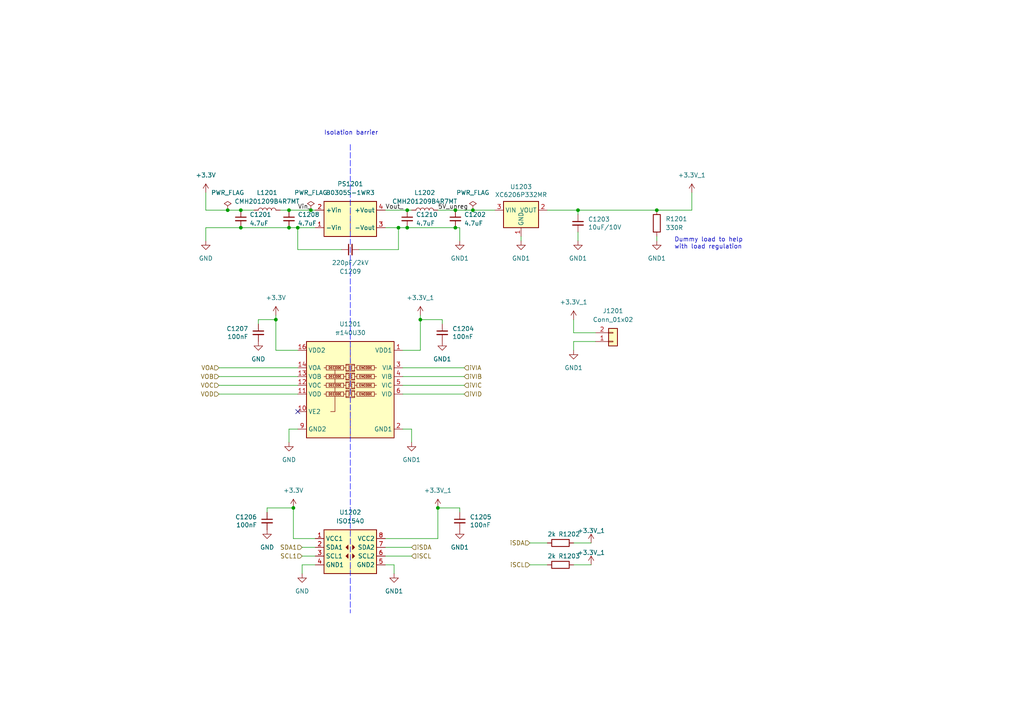
<source format=kicad_sch>
(kicad_sch (version 20250114) (generator "eeschema") (generator_version "9.0")
  (paper "A4")
  (title_block (title "Hat Labs Marine Engine & Tank interface (HALMET)") (date "2024-01-18") (rev "1.0.1") (company "Hat Labs Ltd") (comment 1 "https://creativecommons.org/licenses/by-sa/4.0") (comment 2 "To view a copy of this license, visit ") (comment 3 "HALMET is licensed under CC BY-SA 4.0."))
  (lib_symbols
    (symbol "Connector_Generic:Conn_01x02" (pin_names (offset 1.016) (hide yes))
      (property "Reference" "J" (at 0 2.54 0))
      (property "Value" "Conn_01x02" (at 0 -5.08 0))
      (symbol "Conn_01x02_1_1"
        (rectangle (start -1.27 1.27) (end 1.27 -3.81) (stroke (width 0.254)) (fill (type background)))
        (rectangle (start -1.27 0.127) (end 0 -0.127) (stroke (width 0.1524)))
        (rectangle (start -1.27 -2.413) (end 0 -2.667) (stroke (width 0.1524)))
        (pin passive line (at -5.08 0 0) (length 3.81) (name "Pin_1") (number "1"))
        (pin passive line (at -5.08 -2.54 0) (length 3.81) (name "Pin_2") (number "2"))
      )
    )
    (symbol "Device:C_Small" (pin_numbers (hide yes)) (pin_names (offset 0.254) (hide yes))
      (property "Reference" "C" (at 0.254 1.778 0))
      (property "Value" "C_Small" (at 0.254 -2.032 0))
      (symbol "C_Small_0_1"
        (polyline (pts (xy -1.524 0.508) (xy 1.524 0.508)) (stroke (width 0.3048)))
        (polyline (pts (xy -1.524 -0.508) (xy 1.524 -0.508)) (stroke (width 0.3302)))
      )
      (symbol "C_Small_1_1"
        (pin passive line (at 0 2.54 270) (length 2.032) (name "~") (number "1"))
        (pin passive line (at 0 -2.54 90) (length 2.032) (name "~") (number "2"))
      )
    )
    (symbol "Device:L" (pin_numbers (hide yes)) (pin_names (offset 1.016) (hide yes))
      (property "Reference" "L" (at -1.27 0 90))
      (property "Value" "L" (at 1.905 0 90))
      (symbol "L_0_1"
        (arc (start 0 2.54) (mid 0.6323 1.905) (end 0 1.27))
        (arc (start 0 1.27) (mid 0.6323 0.635) (end 0 0))
        (arc (start 0 0) (mid 0.6323 -0.635) (end 0 -1.27))
        (arc (start 0 -1.27) (mid 0.6323 -1.905) (end 0 -2.54))
      )
      (symbol "L_1_1"
        (pin passive line (at 0 3.81 270) (length 1.27) (name "1") (number "1"))
        (pin passive line (at 0 -3.81 90) (length 1.27) (name "2") (number "2"))
      )
    )
    (symbol "Device:R" (pin_numbers (hide yes)) (pin_names (offset 0))
      (property "Reference" "R" (at 2.032 0 90))
      (property "Value" "R" (at 0 0 90))
      (symbol "R_0_1"
        (rectangle (start -1.016 -2.54) (end 1.016 2.54) (stroke (width 0.254)))
      )
      (symbol "R_1_1"
        (pin passive line (at 0 3.81 270) (length 1.27) (name "~") (number "1"))
        (pin passive line (at 0 -3.81 90) (length 1.27) (name "~") (number "2"))
      )
    )
    (symbol "HALMET:+3.3V_1" (power) (pin_names (offset 0))
      (property "Value" "+3.3V_1" (at 0 3.556 0))
      (symbol "+3.3V_1_0_1"
        (polyline (pts (xy -0.762 1.27) (xy 0 2.54)))
        (polyline (pts (xy 0 2.54) (xy 0.762 1.27)))
        (polyline (pts (xy 0 0) (xy 0 2.54)))
      )
      (symbol "+3.3V_1_1_1"
        (pin power_in line (at 0 0 90) (length 0) (hide yes) (name "+3.3V_1") (number "1"))
      )
    )
    (symbol "HALMET:HT75xx-1-SOT23"
      (property "Reference" "U" (at -5.08 -3.81 0))
      (property "Value" "HT75xx-1-SOT23" (at 0 6.35 0))
      (symbol "HT75xx-1-SOT23_0_1"
        (rectangle (start -5.08 5.08) (end 5.08 -2.54) (stroke (width 0.254)) (fill (type background)))
      )
      (symbol "HT75xx-1-SOT23_1_1"
        (pin power_in line (at -7.62 2.54 0) (length 2.54) (name "VIN") (number "3"))
        (pin power_in line (at 0 -5.08 90) (length 2.54) (name "GND") (number "1"))
        (pin power_out line (at 7.62 2.54 180) (length 2.54) (name "VOUT") (number "2"))
      )
    )
    (symbol "HALMET:IB0303S-W75R3"
      (property "Reference" "PS" (at -7.62 6.35 0))
      (property "Value" "IB0303S-W75R3" (at 1.27 6.35 0))
      (symbol "IB0303S-W75R3_0_0"
        (pin power_in line (at -10.16 2.54 0) (length 2.54) (name "+Vin") (number "2"))
        (pin power_in line (at -10.16 -2.54 0) (length 2.54) (name "-Vin") (number "1"))
        (pin power_out line (at 10.16 2.54 180) (length 2.54) (name "+Vout") (number "4"))
        (pin power_out line (at 10.16 -2.54 180) (length 2.54) (name "-Vout") (number "3"))
      )
      (symbol "IB0303S-W75R3_0_1"
        (rectangle (start -7.62 5.08) (end 7.62 -5.08) (stroke (width 0.254)) (fill (type background)))
        (polyline (pts (xy 0 5.08) (xy 0 3.81)))
        (polyline (pts (xy 0 2.54) (xy 0 1.27)))
        (polyline (pts (xy 0 0) (xy 0 -1.27)))
        (polyline (pts (xy 0 -2.54) (xy 0 -3.81)))
      )
    )
    (symbol "HALMET:pi140U30"
      (property "Reference" "U" (at 0 19.05 0))
      (property "Value" "pi140U30" (at 0 16.51 0))
      (symbol "pi140U30_0_0"
        (polyline (pts (xy -6.985 7.62) (xy -7.62 7.62)))
        (polyline (pts (xy -6.985 5.08) (xy -7.62 5.08)))
        (polyline (pts (xy -6.985 2.54) (xy -7.62 2.54)))
        (polyline (pts (xy -6.985 0) (xy -7.62 0)))
        (polyline (pts (xy -1.905 7.62) (xy -1.27 7.62)))
        (polyline (pts (xy -1.905 5.08) (xy -1.27 5.08)))
        (polyline (pts (xy -1.905 2.54) (xy -1.27 2.54)))
        (rectangle (start -1.905 0.635) (end -6.985 -0.635))
        (polyline (pts (xy -1.905 0) (xy -1.27 0)))
        (rectangle (start -1.27 8.636) (end 1.27 6.604))
        (polyline (pts (xy -1.27 8.382) (xy -0.508 8.382)))
        (polyline (pts (xy -1.27 6.858) (xy -0.508 6.858)))
        (rectangle (start -1.27 6.096) (end 1.27 4.064))
        (polyline (pts (xy -1.27 5.842) (xy -0.508 5.842)))
        (polyline (pts (xy -1.27 4.318) (xy -0.508 4.318)))
        (rectangle (start -1.27 3.556) (end 1.27 1.524))
        (polyline (pts (xy -1.27 3.302) (xy -0.508 3.302)))
        (polyline (pts (xy -1.27 1.778) (xy -0.508 1.778)))
        (rectangle (start -1.27 1.016) (end 1.27 -1.016))
        (polyline (pts (xy -1.27 0.762) (xy -0.508 0.762)))
        (polyline (pts (xy -1.27 -0.762) (xy -0.508 -0.762)))
        (arc (start -0.508 8.382) (mid -0.2551 8.128) (end -0.508 7.874))
        (arc (start -0.508 7.874) (mid -0.2551 7.62) (end -0.508 7.366))
        (arc (start -0.508 7.366) (mid -0.2551 7.112) (end -0.508 6.858))
        (arc (start -0.508 5.842) (mid -0.2551 5.588) (end -0.508 5.334))
        (arc (start -0.508 5.334) (mid -0.2551 5.08) (end -0.508 4.826))
        (arc (start -0.508 4.826) (mid -0.2551 4.572) (end -0.508 4.318))
        (arc (start -0.508 3.302) (mid -0.2551 3.048) (end -0.508 2.794))
        (arc (start -0.508 2.794) (mid -0.2551 2.54) (end -0.508 2.286))
        (arc (start -0.508 2.286) (mid -0.2551 2.032) (end -0.508 1.778))
        (arc (start -0.508 0.762) (mid -0.2551 0.508) (end -0.508 0.254))
        (arc (start -0.508 0.254) (mid -0.2551 0) (end -0.508 -0.254))
        (arc (start -0.508 -0.254) (mid -0.2551 -0.508) (end -0.508 -0.762))
        (polyline (pts (xy 0 15.24) (xy 0 14.605)))
        (polyline (pts (xy 0 12.7) (xy 0 13.97)))
        (polyline (pts (xy 0 10.795) (xy 0 12.065)))
        (polyline (pts (xy 0 8.89) (xy 0 10.16)))
        (polyline (pts (xy 0 -1.27) (xy 0 -2.54)))
        (polyline (pts (xy 0 -3.175) (xy 0 -4.445)))
        (polyline (pts (xy 0 -5.08) (xy 0 -6.35)))
        (polyline (pts (xy 0 -6.985) (xy 0 -8.255)))
        (polyline (pts (xy 0 -8.89) (xy 0 -10.16)))
        (polyline (pts (xy 0 -10.795) (xy 0 -12.065)))
        (arc (start 0.508 7.874) (mid 0.255 8.128) (end 0.508 8.382))
        (arc (start 0.508 7.366) (mid 0.255 7.62) (end 0.508 7.874))
        (arc (start 0.508 6.858) (mid 0.255 7.112) (end 0.508 7.366))
        (arc (start 0.508 5.334) (mid 0.255 5.588) (end 0.508 5.842))
        (arc (start 0.508 4.826) (mid 0.255 5.08) (end 0.508 5.334))
        (arc (start 0.508 4.318) (mid 0.255 4.572) (end 0.508 4.826))
        (arc (start 0.508 2.794) (mid 0.255 3.048) (end 0.508 3.302))
        (arc (start 0.508 2.286) (mid 0.255 2.54) (end 0.508 2.794))
        (arc (start 0.508 1.778) (mid 0.255 2.032) (end 0.508 2.286))
        (arc (start 0.508 0.254) (mid 0.255 0.508) (end 0.508 0.762))
        (arc (start 0.508 -0.254) (mid 0.255 0) (end 0.508 0.254))
        (arc (start 0.508 -0.762) (mid 0.255 -0.508) (end 0.508 -0.254))
        (polyline (pts (xy 1.27 8.382) (xy 0.508 8.382)))
        (polyline (pts (xy 1.27 6.858) (xy 0.508 6.858)))
        (polyline (pts (xy 1.27 5.842) (xy 0.508 5.842)))
        (polyline (pts (xy 1.27 4.318) (xy 0.508 4.318)))
        (polyline (pts (xy 1.27 3.302) (xy 0.508 3.302)))
        (polyline (pts (xy 1.27 1.778) (xy 0.508 1.778)))
        (polyline (pts (xy 1.27 0.762) (xy 0.508 0.762)))
        (polyline (pts (xy 1.27 -0.762) (xy 0.508 -0.762)))
        (rectangle (start 1.905 8.255) (end 6.985 6.985))
        (polyline (pts (xy 1.905 7.62) (xy 1.27 7.62)))
        (rectangle (start 1.905 5.715) (end 6.985 4.445))
        (polyline (pts (xy 1.905 5.08) (xy 1.27 5.08)))
        (rectangle (start 1.905 3.175) (end 6.985 1.905))
        (polyline (pts (xy 1.905 2.54) (xy 1.27 2.54)))
        (rectangle (start 1.905 0.635) (end 6.985 -0.635))
        (polyline (pts (xy 1.905 0) (xy 1.27 0)))
        (polyline (pts (xy 4.445 5.715) (xy 4.445 6.985)))
        (polyline (pts (xy 4.445 3.175) (xy 4.445 4.445)))
        (polyline (pts (xy 4.445 0.635) (xy 4.445 1.905)))
        (polyline (pts (xy 5.715 -5.08) (xy 4.445 -5.08) (xy 4.445 -0.635)))
        (polyline (pts (xy 6.985 7.62) (xy 7.62 7.62)))
        (polyline (pts (xy 6.985 5.08) (xy 7.62 5.08)))
        (polyline (pts (xy 6.985 2.54) (xy 7.62 2.54)))
        (polyline (pts (xy 6.985 0) (xy 7.62 0)))
        (text "ENCODE" (at -4.445 7.62 0) (effects (font (size 0.635 0.635))))
        (text "ENCODE" (at -4.445 5.08 0) (effects (font (size 0.635 0.635))))
        (text "ENCODE" (at -4.445 2.54 0) (effects (font (size 0.635 0.635))))
        (text "ENCODE" (at -4.445 0 0) (effects (font (size 0.635 0.635))))
        (text "DECODE" (at 4.445 7.62 0) (effects (font (size 0.635 0.635))))
        (text "DECODE" (at 4.445 5.08 0) (effects (font (size 0.635 0.635))))
        (text "DECODE" (at 4.445 2.54 0) (effects (font (size 0.635 0.635))))
        (text "DECODE" (at 4.445 0 0) (effects (font (size 0.635 0.635))))
      )
      (symbol "pi140U30_0_1"
        (rectangle (start -12.7 15.24) (end 12.7 -12.7) (stroke (width 0.254)) (fill (type background)))
        (rectangle (start -1.905 8.255) (end -6.985 6.985))
        (rectangle (start -1.905 5.715) (end -6.985 4.445))
        (rectangle (start -1.905 3.175) (end -6.985 1.905))
      )
      (symbol "pi140U30_1_1"
        (pin power_in line (at -15.24 12.7 0) (length 2.54) (name "VDD1") (number "1"))
        (pin input line (at -15.24 7.62 0) (length 2.54) (name "VIA") (number "3"))
        (pin input line (at -15.24 5.08 0) (length 2.54) (name "VIB") (number "4"))
        (pin input line (at -15.24 2.54 0) (length 2.54) (name "VIC") (number "5"))
        (pin input line (at -15.24 0 0) (length 2.54) (name "VID") (number "6"))
        (pin power_in line (at -15.24 -10.16 0) (length 2.54) (name "GND1") (number "2"))
        (pin passive line (at -15.24 -10.16 0) (length 2.54) (hide yes) (name "GND1") (number "8"))
        (pin no_connect line (at -12.7 -5.08 0) (length 2.54) (hide yes) (name "NC") (number "7"))
        (pin power_in line (at 15.24 12.7 180) (length 2.54) (name "VDD2") (number "16"))
        (pin output line (at 15.24 7.62 180) (length 2.54) (name "VOA") (number "14"))
        (pin output line (at 15.24 5.08 180) (length 2.54) (name "VOB") (number "13"))
        (pin output line (at 15.24 2.54 180) (length 2.54) (name "VOC") (number "12"))
        (pin output line (at 15.24 0 180) (length 2.54) (name "VOD") (number "11"))
        (pin input line (at 15.24 -5.08 180) (length 2.54) (name "VE2") (number "10"))
        (pin passive line (at 15.24 -10.16 180) (length 2.54) (hide yes) (name "GND2") (number "15"))
        (pin power_in line (at 15.24 -10.16 180) (length 2.54) (name "GND2") (number "9"))
      )
    )
    (symbol "Isolator:ISO1540"
      (property "Reference" "U" (at -6.35 6.35 0))
      (property "Value" "ISO1540" (at 3.81 6.35 0))
      (symbol "ISO1540_0_1"
        (rectangle (start -7.62 5.08) (end 7.62 -7.62) (stroke (width 0.254)) (fill (type background)))
        (polyline (pts (xy -0.635 0.635) (xy -1.27 0) (xy -0.635 -0.635) (xy -0.635 0.635)) (fill (type outline)))
        (polyline (pts (xy 0 5.08) (xy 0 3.81)))
        (polyline (pts (xy 0 2.54) (xy 0 1.27)))
        (polyline (pts (xy 0 0) (xy 0 -1.27)))
        (polyline (pts (xy 0 -2.54) (xy 0 -3.81)))
        (rectangle (start 0 -5.08) (end 0 -6.35))
        (polyline (pts (xy 0.635 0.635) (xy 1.27 0) (xy 0.635 -0.635) (xy 0.635 0.635)) (fill (type outline)))
        (polyline (pts (xy 0.635 -1.905) (xy 1.27 -2.54) (xy 0.635 -3.175) (xy 0.635 -1.905)) (fill (type outline)))
      )
      (symbol "ISO1540_1_1"
        (polyline (pts (xy -0.635 -1.905) (xy -1.27 -2.54) (xy -0.635 -3.175) (xy -0.635 -1.905)) (fill (type outline)))
        (pin power_in line (at -10.16 2.54 0) (length 2.54) (name "VCC1") (number "1"))
        (pin bidirectional line (at -10.16 0 0) (length 2.54) (name "SDA1") (number "2"))
        (pin bidirectional line (at -10.16 -2.54 0) (length 2.54) (name "SCL1") (number "3"))
        (pin power_in line (at -10.16 -5.08 0) (length 2.54) (name "GND1") (number "4"))
        (pin power_in line (at 10.16 2.54 180) (length 2.54) (name "VCC2") (number "8"))
        (pin bidirectional line (at 10.16 0 180) (length 2.54) (name "SDA2") (number "7"))
        (pin bidirectional line (at 10.16 -2.54 180) (length 2.54) (name "SCL2") (number "6"))
        (pin power_in line (at 10.16 -5.08 180) (length 2.54) (name "GND2") (number "5"))
      )
    )
    (symbol "power:+3.3V" (power) (pin_names (offset 0))
      (property "Value" "+3.3V" (at 0 3.556 0))
      (symbol "+3.3V_0_1"
        (polyline (pts (xy -0.762 1.27) (xy 0 2.54)))
        (polyline (pts (xy 0 2.54) (xy 0.762 1.27)))
        (polyline (pts (xy 0 0) (xy 0 2.54)))
      )
      (symbol "+3.3V_1_1"
        (pin power_in line (at 0 0 90) (length 0) (hide yes) (name "+3.3V") (number "1"))
      )
    )
    (symbol "power:GND" (power) (pin_names (offset 0))
      (property "Value" "GND" (at 0 -3.81 0))
      (symbol "GND_0_1"
        (polyline (pts (xy 0 0) (xy 0 -1.27) (xy 1.27 -1.27) (xy 0 -2.54) (xy -1.27 -1.27) (xy 0 -1.27)))
      )
      (symbol "GND_1_1"
        (pin power_in line (at 0 0 270) (length 0) (hide yes) (name "GND") (number "1"))
      )
    )
    (symbol "power:GND1" (power) (pin_names (offset 0))
      (property "Value" "GND1" (at 0 -3.81 0))
      (symbol "GND1_0_1"
        (polyline (pts (xy 0 0) (xy 0 -1.27) (xy 1.27 -1.27) (xy 0 -2.54) (xy -1.27 -1.27) (xy 0 -1.27)))
      )
      (symbol "GND1_1_1"
        (pin power_in line (at 0 0 270) (length 0) (hide yes) (name "GND1") (number "1"))
      )
    )
    (symbol "power:PWR_FLAG" (power) (pin_numbers (hide yes)) (pin_names (offset 0) (hide yes))
      (property "Value" "PWR_FLAG" (at 0 3.81 0))
      (symbol "PWR_FLAG_0_0"
        (pin power_out line (at 0 0 90) (length 0) (name "pwr") (number "1"))
      )
      (symbol "PWR_FLAG_0_1"
        (polyline (pts (xy 0 0) (xy 0 1.27) (xy -1.016 1.905) (xy 0 2.54) (xy 1.016 1.905) (xy 0 1.27)))
      )
    )
  )
  (text "Dummy load to help \nwith load regulation" (at 195.58 72.39 0) (effects (font (size 1.27 1.27)) (justify left bottom)))
  (text "Isolation barrier" (at 93.98 39.37 0) (effects (font (size 1.27 1.27)) (justify left bottom)))
  (junction (at 127 147.32))
  (junction (at 69.85 66.04))
  (junction (at 132.08 66.04))
  (junction (at 118.11 60.96))
  (junction (at 83.82 66.04))
  (junction (at 90.17 60.96))
  (junction (at 69.85 60.96))
  (junction (at 115.57 66.04))
  (junction (at 83.82 60.96))
  (junction (at 118.11 66.04))
  (junction (at 66.04 60.96))
  (junction (at 132.08 60.96))
  (junction (at 121.92 92.71))
  (junction (at 190.5 60.96))
  (junction (at 167.64 60.96))
  (junction (at 80.01 92.71))
  (junction (at 137.16 60.96))
  (junction (at 85.09 147.32))
  (junction (at 86.36 66.04))
  (no_connect (at 86.36 119.38))
  (wire (pts (xy 153.67 157.48) (xy 158.75 157.48)))
  (wire (pts (xy 87.63 161.29) (xy 91.44 161.29)))
  (polyline (pts (xy 101.6 41.91) (xy 101.6 177.8)) (stroke (width 0) (type dash) (color 0 0 255 1)))
  (wire (pts (xy 111.76 60.96) (xy 118.11 60.96)))
  (wire (pts (xy 83.82 60.96) (xy 90.17 60.96)))
  (wire (pts (xy 171.45 163.83) (xy 166.37 163.83)))
  (wire (pts (xy 77.47 147.32) (xy 85.09 147.32)))
  (wire (pts (xy 74.93 93.98) (xy 74.93 92.71)))
  (wire (pts (xy 133.35 147.32) (xy 127 147.32)))
  (wire (pts (xy 66.04 60.96) (xy 69.85 60.96)))
  (wire (pts (xy 87.63 163.83) (xy 87.63 166.37)))
  (wire (pts (xy 116.84 106.68) (xy 134.62 106.68)))
  (wire (pts (xy 167.64 60.96) (xy 158.75 60.96)))
  (wire (pts (xy 167.64 60.96) (xy 190.5 60.96)))
  (wire (pts (xy 86.36 72.39) (xy 86.36 66.04)))
  (wire (pts (xy 99.06 72.39) (xy 86.36 72.39)))
  (wire (pts (xy 119.38 124.46) (xy 116.84 124.46)))
  (wire (pts (xy 63.5 106.68) (xy 86.36 106.68)))
  (wire (pts (xy 85.09 147.32) (xy 85.09 156.21)))
  (wire (pts (xy 121.92 92.71) (xy 121.92 91.44)))
  (wire (pts (xy 86.36 124.46) (xy 83.82 124.46)))
  (wire (pts (xy 111.76 161.29) (xy 119.38 161.29)))
  (wire (pts (xy 111.76 66.04) (xy 115.57 66.04)))
  (wire (pts (xy 128.27 92.71) (xy 121.92 92.71)))
  (wire (pts (xy 167.64 60.96) (xy 167.64 62.23)))
  (wire (pts (xy 132.08 60.96) (xy 137.16 60.96)))
  (wire (pts (xy 74.93 92.71) (xy 80.01 92.71)))
  (wire (pts (xy 111.76 156.21) (xy 127 156.21)))
  (wire (pts (xy 86.36 101.6) (xy 80.01 101.6)))
  (wire (pts (xy 114.3 163.83) (xy 111.76 163.83)))
  (wire (pts (xy 85.09 156.21) (xy 91.44 156.21)))
  (wire (pts (xy 114.3 166.37) (xy 114.3 163.83)))
  (wire (pts (xy 69.85 60.96) (xy 73.66 60.96)))
  (wire (pts (xy 87.63 158.75) (xy 91.44 158.75)))
  (wire (pts (xy 77.47 148.59) (xy 77.47 147.32)))
  (wire (pts (xy 59.69 55.88) (xy 59.69 60.96)))
  (wire (pts (xy 86.36 66.04) (xy 91.44 66.04)))
  (wire (pts (xy 69.85 66.04) (xy 83.82 66.04)))
  (wire (pts (xy 127 147.32) (xy 127 156.21)))
  (wire (pts (xy 151.13 68.58) (xy 151.13 69.85)))
  (wire (pts (xy 63.5 114.3) (xy 86.36 114.3)))
  (wire (pts (xy 80.01 92.71) (xy 80.01 91.44)))
  (wire (pts (xy 200.66 60.96) (xy 190.5 60.96)))
  (wire (pts (xy 83.82 66.04) (xy 86.36 66.04)))
  (wire (pts (xy 116.84 114.3) (xy 134.62 114.3)))
  (wire (pts (xy 116.84 111.76) (xy 134.62 111.76)))
  (wire (pts (xy 81.28 60.96) (xy 83.82 60.96)))
  (wire (pts (xy 111.76 158.75) (xy 119.38 158.75)))
  (wire (pts (xy 137.16 60.96) (xy 143.51 60.96)))
  (wire (pts (xy 115.57 66.04) (xy 118.11 66.04)))
  (wire (pts (xy 104.14 72.39) (xy 115.57 72.39)))
  (wire (pts (xy 90.17 60.96) (xy 91.44 60.96)))
  (wire (pts (xy 80.01 101.6) (xy 80.01 92.71)))
  (wire (pts (xy 63.5 109.22) (xy 86.36 109.22)))
  (wire (pts (xy 59.69 60.96) (xy 66.04 60.96)))
  (wire (pts (xy 63.5 111.76) (xy 86.36 111.76)))
  (wire (pts (xy 91.44 163.83) (xy 87.63 163.83)))
  (wire (pts (xy 200.66 55.88) (xy 200.66 60.96)))
  (wire (pts (xy 115.57 72.39) (xy 115.57 66.04)))
  (wire (pts (xy 133.35 69.85) (xy 133.35 66.04)))
  (wire (pts (xy 59.69 66.04) (xy 69.85 66.04)))
  (wire (pts (xy 171.45 157.48) (xy 166.37 157.48)))
  (wire (pts (xy 166.37 96.52) (xy 166.37 92.71)))
  (wire (pts (xy 128.27 93.98) (xy 128.27 92.71)))
  (wire (pts (xy 116.84 101.6) (xy 121.92 101.6)))
  (wire (pts (xy 59.69 69.85) (xy 59.69 66.04)))
  (wire (pts (xy 121.92 101.6) (xy 121.92 92.71)))
  (wire (pts (xy 116.84 109.22) (xy 134.62 109.22)))
  (wire (pts (xy 172.72 96.52) (xy 166.37 96.52)))
  (wire (pts (xy 118.11 60.96) (xy 119.38 60.96)))
  (wire (pts (xy 190.5 68.58) (xy 190.5 69.85)))
  (wire (pts (xy 153.67 163.83) (xy 158.75 163.83)))
  (wire (pts (xy 167.64 69.85) (xy 167.64 67.31)))
  (wire (pts (xy 127 60.96) (xy 132.08 60.96)))
  (wire (pts (xy 133.35 148.59) (xy 133.35 147.32)))
  (wire (pts (xy 119.38 128.27) (xy 119.38 124.46)))
  (wire (pts (xy 133.35 66.04) (xy 132.08 66.04)))
  (wire (pts (xy 83.82 124.46) (xy 83.82 128.27)))
  (wire (pts (xy 172.72 99.06) (xy 166.37 99.06)))
  (wire (pts (xy 166.37 99.06) (xy 166.37 101.6)))
  (wire (pts (xy 118.11 66.04) (xy 132.08 66.04)))
  (label "Vin_" (at 86.36 60.96 0))
  (label "5V_unreg" (at 127 60.96 0))
  (label "Vout_" (at 111.76 60.96 0))
  (hierarchical_label "SDA1" (shape input) (at 87.63 158.75 180))
  (hierarchical_label "VOB" (shape input) (at 63.5 109.22 180))
  (hierarchical_label "iSCL" (shape input) (at 119.38 161.29 0))
  (hierarchical_label "VOA" (shape input) (at 63.5 106.68 180))
  (hierarchical_label "iSDA" (shape input) (at 153.67 157.48 180))
  (hierarchical_label "VOC" (shape input) (at 63.5 111.76 180))
  (hierarchical_label "iVIA" (shape input) (at 134.62 106.68 0))
  (hierarchical_label "iVID" (shape input) (at 134.62 114.3 0))
  (hierarchical_label "iSCL" (shape input) (at 153.67 163.83 180))
  (hierarchical_label "iVIB" (shape input) (at 134.62 109.22 0))
  (hierarchical_label "SCL1" (shape input) (at 87.63 161.29 180))
  (hierarchical_label "iVIC" (shape input) (at 134.62 111.76 0))
  (hierarchical_label "VOD" (shape input) (at 63.5 114.3 180))
  (hierarchical_label "iSDA" (shape input) (at 119.38 158.75 0))
  (symbol (lib_id "Device:L") (at 123.19 60.96 90) (unit 1)
    (property "Reference" "L1202" (at 123.19 55.88 90))
    (property "Value" "CMH201209B4R7MT" (at 123.19 58.42 90))
    (property "Footprint" "Inductor_SMD:L_0805_2012Metric" (effects (hide yes)))
    (property "LCSC" "C394959" (effects (hide yes)))
  )
  (symbol (lib_id "Device:C_Small") (at 128.27 96.52 0) (unit 1)
    (property "Reference" "C1204" (at 131.191 95.3516 0) (effects (justify left)))
    (property "Value" "100nF" (at 131.191 97.663 0) (effects (justify left)))
    (property "Footprint" "Capacitor_SMD:C_0402_1005Metric" (effects (hide yes)))
    (property "LCSC" "C1525" (effects (hide yes)))
  )
  (symbol (lib_id "power:GND") (at 87.63 166.37 0) (unit 1)
    (property "Reference" "#PWR01215" (effects (hide yes)))
    (property "Value" "GND" (at 87.63 171.45 0))
  )
  (symbol (lib_id "power:GND") (at 59.69 69.85 0) (unit 1)
    (property "Reference" "#PWR01201" (effects (hide yes)))
    (property "Value" "GND" (at 59.69 74.93 0))
  )
  (symbol (lib_id "power:+3.3V") (at 85.09 147.32 0) (unit 1)
    (property "Reference" "#PWR01217" (effects (hide yes)))
    (property "Value" "+3.3V" (at 85.09 142.24 0))
  )
  (symbol (lib_id "Device:C_Small") (at 74.93 96.52 0) (mirror y) (unit 1)
    (property "Reference" "C1207" (at 72.009 95.3516 0) (effects (justify left)))
    (property "Value" "100nF" (at 72.009 97.663 0) (effects (justify left)))
    (property "Footprint" "Capacitor_SMD:C_0402_1005Metric" (effects (hide yes)))
    (property "LCSC" "C1525" (effects (hide yes)))
  )
  (symbol (lib_id "Device:R") (at 162.56 163.83 90) (mirror x) (unit 1)
    (property "Reference" "R1203" (at 165.1 161.29 90))
    (property "Value" "2k" (at 160.02 161.29 90))
    (property "Footprint" "Resistor_SMD:R_0402_1005Metric" (effects (hide yes)))
    (property "LCSC" "C4109" (effects (hide yes)))
  )
  (symbol (lib_id "Device:R") (at 190.5 64.77 0) (unit 1)
    (property "Reference" "R1201" (at 193.04 63.5 0) (effects (justify left)))
    (property "Value" "330R" (at 193.04 66.04 0) (effects (justify left)))
    (property "Footprint" "Resistor_SMD:R_0402_1005Metric" (effects (hide yes)))
    (property "LCSC" "C25104" (effects (hide yes)))
  )
  (symbol (lib_id "power:GND") (at 74.93 99.06 0) (unit 1)
    (property "Reference" "#PWR01219" (effects (hide yes)))
    (property "Value" "GND" (at 74.93 104.14 0))
  )
  (symbol (lib_id "Device:C_Small") (at 69.85 63.5 0) (unit 1)
    (property "Reference" "C1201" (at 72.39 62.2363 0) (effects (justify left)))
    (property "Value" "4.7uF" (at 72.39 64.7763 0) (effects (justify left)))
    (property "Footprint" "Capacitor_SMD:C_0402_1005Metric" (effects (hide yes)))
    (property "LCSC" "C23733" (effects (hide yes)))
  )
  (symbol (lib_id "power:PWR_FLAG") (at 137.16 60.96 0) (unit 1)
    (property "Reference" "#FLG01203" (effects (hide yes)))
    (property "Value" "PWR_FLAG" (at 137.16 55.88 0))
  )
  (symbol (lib_id "Device:C_Small") (at 83.82 63.5 0) (unit 1)
    (property "Reference" "C1208" (at 86.36 62.2363 0) (effects (justify left)))
    (property "Value" "4.7uF" (at 86.36 64.7763 0) (effects (justify left)))
    (property "Footprint" "Capacitor_SMD:C_0402_1005Metric" (effects (hide yes)))
    (property "LCSC" "C23733" (effects (hide yes)))
  )
  (symbol (lib_id "Device:C_Small") (at 133.35 151.13 0) (unit 1)
    (property "Reference" "C1205" (at 136.271 149.9616 0) (effects (justify left)))
    (property "Value" "100nF" (at 136.271 152.273 0) (effects (justify left)))
    (property "Footprint" "Capacitor_SMD:C_0402_1005Metric" (effects (hide yes)))
    (property "LCSC" "C1525" (effects (hide yes)))
  )
  (symbol (lib_id "power:PWR_FLAG") (at 90.17 60.96 0) (unit 1)
    (property "Reference" "#FLG01202" (effects (hide yes)))
    (property "Value" "PWR_FLAG" (at 90.17 55.88 0))
  )
  (symbol (lib_id "HALMET:+3.3V_1") (at 171.45 157.48 0) (mirror y) (unit 1)
    (property "Reference" "#PWR01220" (effects (hide yes)))
    (property "Value" "+3.3V_1" (at 171.45 153.924 0))
  )
  (symbol (lib_id "power:GND") (at 77.47 153.67 0) (unit 1)
    (property "Reference" "#PWR01218" (effects (hide yes)))
    (property "Value" "GND" (at 77.47 158.75 0))
  )
  (symbol (lib_id "HALMET:HT75xx-1-SOT23") (at 151.13 63.5 0) (unit 1)
    (property "Reference" "U1203" (at 151.13 54.1782 0))
    (property "Value" "XC6206P332MR" (at 151.13 56.4896 0))
    (property "Footprint" "Package_TO_SOT_SMD:SOT-23-3" (effects (hide yes)))
    (property "LCSC" "C5446" (effects (hide yes)))
    (property "JLCPCB_CORRECTION" "0;0;180" (effects (hide yes)))
  )
  (symbol (lib_id "power:+3.3V") (at 80.01 91.44 0) (unit 1)
    (property "Reference" "#PWR01216" (effects (hide yes)))
    (property "Value" "+3.3V" (at 80.01 86.36 0))
  )
  (symbol (lib_id "power:GND1") (at 151.13 69.85 0) (unit 1)
    (property "Reference" "#PWR01204" (effects (hide yes)))
    (property "Value" "GND1" (at 151.13 74.93 0))
  )
  (symbol (lib_id "Device:R") (at 162.56 157.48 90) (mirror x) (unit 1)
    (property "Reference" "R1202" (at 165.1 154.94 90))
    (property "Value" "2k" (at 160.02 154.94 90))
    (property "Footprint" "Resistor_SMD:R_0402_1005Metric" (effects (hide yes)))
    (property "LCSC" "C4109" (effects (hide yes)))
  )
  (symbol (lib_id "power:GND1") (at 128.27 99.06 0) (unit 1)
    (property "Reference" "#PWR01210" (effects (hide yes)))
    (property "Value" "GND1" (at 128.27 104.14 0))
  )
  (symbol (lib_id "Connector_Generic:Conn_01x02") (at 177.8 99.06 0) (mirror x) (unit 1)
    (property "Reference" "J1201" (at 177.8 90.17 0))
    (property "Value" "Conn_01x02" (at 177.8 92.71 0))
    (property "Footprint" "Connector_PinHeader_2.54mm:PinHeader_1x02_P2.54mm_Vertical" (effects (hide yes)))
  )
  (symbol (lib_id "power:GND1") (at 190.5 69.85 0) (unit 1)
    (property "Reference" "#PWR01207" (effects (hide yes)))
    (property "Value" "GND1" (at 190.5 74.93 0))
  )
  (symbol (lib_id "power:GND1") (at 114.3 166.37 0) (unit 1)
    (property "Reference" "#PWR01212" (effects (hide yes)))
    (property "Value" "GND1" (at 114.3 171.45 0))
  )
  (symbol (lib_id "HALMET:IB0303S-W75R3") (at 101.6 63.5 0) (unit 1)
    (property "Reference" "PS1201" (at 101.6 53.34 0))
    (property "Value" "B0305S-1WR3" (at 101.6 55.88 0))
    (property "Footprint" "Converter_DCDC:Converter_DCDC_Murata_MEE1SxxxxSC_THT" (effects (hide yes)))
    (property "LCSC" "C7465186" (effects (hide yes)))
    (property "JLCPCB_CORRECTION" "0;3.81;270" (effects (hide yes)))
  )
  (symbol (lib_id "power:GND1") (at 133.35 153.67 0) (unit 1)
    (property "Reference" "#PWR01211" (effects (hide yes)))
    (property "Value" "GND1" (at 133.35 158.75 0))
  )
  (symbol (lib_id "power:GND1") (at 166.37 101.6 0) (unit 1)
    (property "Reference" "#PWR01222" (effects (hide yes)))
    (property "Value" "GND1" (at 166.37 106.68 0))
  )
  (symbol (lib_id "HALMET:+3.3V_1") (at 127 147.32 0) (unit 1)
    (property "Reference" "#PWR01209" (effects (hide yes)))
    (property "Value" "+3.3V_1" (at 127 142.24 0))
  )
  (symbol (lib_id "Device:C_Small") (at 167.64 64.77 0) (unit 1)
    (property "Reference" "C1203" (at 170.561 63.6016 0) (effects (justify left)))
    (property "Value" "10uF/10V" (at 170.561 65.913 0) (effects (justify left)))
    (property "Footprint" "Capacitor_SMD:C_0603_1608Metric" (effects (hide yes)))
    (property "LCSC" "C19702" (effects (hide yes)))
  )
  (symbol (lib_id "Device:C_Small") (at 132.08 63.5 0) (unit 1)
    (property "Reference" "C1202" (at 134.62 62.2363 0) (effects (justify left)))
    (property "Value" "4.7uF" (at 134.62 64.7763 0) (effects (justify left)))
    (property "Footprint" "Capacitor_SMD:C_0402_1005Metric" (effects (hide yes)))
    (property "LCSC" "C23733" (effects (hide yes)))
  )
  (symbol (lib_id "Isolator:ISO1540") (at 101.6 158.75 0) (unit 1)
    (property "Reference" "U1202" (at 101.6 148.59 0))
    (property "Value" "ISO1540" (at 101.6 151.13 0))
    (property "Footprint" "Package_SO:SOIC-8_3.9x4.9mm_P1.27mm" (effects (hide yes)))
    (property "Datasheet" "http://www.ti.com/lit/ds/symlink/iso1541.pdf" (effects (hide yes)))
    (property "LCSC" "C179739" (effects (hide yes)))
    (property "JLCPCB_CORRECTION" "0;0;270" (effects (hide yes)))
  )
  (symbol (lib_id "power:GND") (at 83.82 128.27 0) (unit 1)
    (property "Reference" "#PWR01214" (effects (hide yes)))
    (property "Value" "GND" (at 83.82 133.35 0))
  )
  (symbol (lib_id "power:GND1") (at 167.64 69.85 0) (unit 1)
    (property "Reference" "#PWR01205" (effects (hide yes)))
    (property "Value" "GND1" (at 167.64 74.93 0))
  )
  (symbol (lib_id "Device:L") (at 77.47 60.96 90) (unit 1)
    (property "Reference" "L1201" (at 77.47 55.88 90))
    (property "Value" "CMH201209B4R7MT" (at 77.47 58.42 90))
    (property "Footprint" "Inductor_SMD:L_0805_2012Metric" (effects (hide yes)))
    (property "LCSC" "C394959" (effects (hide yes)))
  )
  (symbol (lib_id "HALMET:pi140U30") (at 101.6 114.3 0) (mirror y) (unit 1)
    (property "Reference" "U1201" (at 101.6 93.98 0))
    (property "Value" "π140U30" (at 101.6 96.52 0))
    (property "Footprint" "Package_SO:SOIC-16_4.55x10.3mm_P1.27mm" (effects (hide yes)))
    (property "Datasheet" "https://datasheet.lcsc.com/lcsc/2010300934_2Pai-Semi--140U30_C910134.pdf" (effects (hide yes)))
    (property "LCSC" "C910134" (effects (hide yes)))
    (property "JLCPCB_CORRECTION" "0;0;270" (effects (hide yes)))
  )
  (symbol (lib_id "power:PWR_FLAG") (at 66.04 60.96 0) (unit 1)
    (property "Reference" "#FLG01201" (effects (hide yes)))
    (property "Value" "PWR_FLAG" (at 66.04 55.88 0))
  )
  (symbol (lib_id "Device:C_Small") (at 118.11 63.5 0) (unit 1)
    (property "Reference" "C1210" (at 120.65 62.2363 0) (effects (justify left)))
    (property "Value" "4.7uF" (at 120.65 64.7763 0) (effects (justify left)))
    (property "Footprint" "Capacitor_SMD:C_0402_1005Metric" (effects (hide yes)))
    (property "LCSC" "C23733" (effects (hide yes)))
  )
  (symbol (lib_id "Device:C_Small") (at 77.47 151.13 0) (mirror y) (unit 1)
    (property "Reference" "C1206" (at 74.549 149.9616 0) (effects (justify left)))
    (property "Value" "100nF" (at 74.549 152.273 0) (effects (justify left)))
    (property "Footprint" "Capacitor_SMD:C_0402_1005Metric" (effects (hide yes)))
    (property "LCSC" "C1525" (effects (hide yes)))
  )
  (symbol (lib_id "HALMET:+3.3V_1") (at 171.45 163.83 0) (mirror y) (unit 1)
    (property "Reference" "#PWR01221" (effects (hide yes)))
    (property "Value" "+3.3V_1" (at 171.45 160.274 0))
  )
  (symbol (lib_id "HALMET:+3.3V_1") (at 166.37 92.71 0) (unit 1)
    (property "Reference" "#PWR01223" (effects (hide yes)))
    (property "Value" "+3.3V_1" (at 166.37 87.63 0))
  )
  (symbol (lib_id "Device:C_Small") (at 101.6 72.39 90) (mirror x) (unit 1)
    (property "Reference" "C1209" (at 101.6063 78.74 90))
    (property "Value" "220pF/2kV" (at 101.6063 76.2 90))
    (property "Footprint" "HALMET:C_1808_4520Metric" (effects (hide yes)))
    (property "LCSC" "C2940747" (effects (hide yes)))
  )
  (symbol (lib_id "power:+3.3V") (at 59.69 55.88 0) (unit 1)
    (property "Reference" "#PWR01202" (effects (hide yes)))
    (property "Value" "+3.3V" (at 59.69 50.8 0))
  )
  (symbol (lib_id "power:GND1") (at 133.35 69.85 0) (unit 1)
    (property "Reference" "#PWR01203" (effects (hide yes)))
    (property "Value" "GND1" (at 133.35 74.93 0))
  )
  (symbol (lib_id "HALMET:+3.3V_1") (at 200.66 55.88 0) (unit 1)
    (property "Reference" "#PWR01208" (effects (hide yes)))
    (property "Value" "+3.3V_1" (at 200.66 50.8 0))
  )
  (symbol (lib_id "power:GND1") (at 119.38 128.27 0) (unit 1)
    (property "Reference" "#PWR01213" (effects (hide yes)))
    (property "Value" "GND1" (at 119.38 133.35 0))
  )
  (symbol (lib_id "HALMET:+3.3V_1") (at 121.92 91.44 0) (unit 1)
    (property "Reference" "#PWR01206" (effects (hide yes)))
    (property "Value" "+3.3V_1" (at 121.92 86.36 0))
  )
)
</source>
